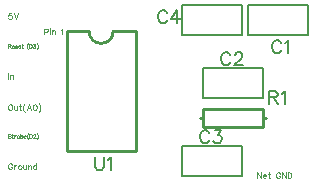
<source format=gto>
G04 ---------------------------- Layer name :TOP SILK LAYER*
G04 easyEDA 0.1*
G04 Scale: 100 percent, Rotated: No, Reflected: No *
G04 Dimensions in inches *
G04 leading zeros omitted , absolute positions ,2 integer and 4 * 
%FSLAX24Y24*%
%MOIN*%
G90*
G70D02*

%ADD10C,0.010000*%
%ADD11C,0.007900*%
%ADD12C,0.007000*%
%ADD13C,0.003000*%
%ADD14C,0.004000*%

%LPD*%
G54D10*
G01X5150Y1000D02*
G01X5150Y5000D01*
G01X2850Y5000D02*
G01X2850Y1000D01*
G01X5150Y1000D02*
G01X2850Y1000D01*
G01X5150Y5000D02*
G01X4400Y5000D01*
G01X2850Y5000D02*
G01X3600Y5000D01*
G54D11*
G01X10889Y5869D02*
G01X8889Y5869D01*
G01X8889Y4869D01*
G01X10889Y4869D01*
G01X10889Y5869D01*
G54D10*
G01X9400Y1800D02*
G01X7400Y1800D01*
G01X7400Y1800D02*
G01X7400Y2100D01*
G01X7400Y2100D02*
G01X7400Y2400D01*
G01X7400Y2400D02*
G01X9400Y2400D01*
G01X9400Y2400D02*
G01X9400Y2100D01*
G01X9400Y2100D02*
G01X9400Y1800D01*
G01X7400Y2100D02*
G01X7300Y2100D01*
G01X9400Y2100D02*
G01X9500Y2100D01*
G54D11*
G01X9389Y3769D02*
G01X7389Y3769D01*
G01X7389Y2769D01*
G01X9389Y2769D01*
G01X9389Y3769D01*
G01X8689Y1169D02*
G01X6689Y1169D01*
G01X6689Y169D01*
G01X8689Y169D01*
G01X8689Y1169D01*
G01X8689Y5869D02*
G01X6689Y5869D01*
G01X6689Y4869D01*
G01X8689Y4869D01*
G01X8689Y5869D01*
G54D12*
G01X3800Y799D02*
G01X3800Y492D01*
G01X3819Y431D01*
G01X3861Y390D01*
G01X3923Y369D01*
G01X3963Y369D01*
G01X4025Y390D01*
G01X4065Y431D01*
G01X4086Y492D01*
G01X4086Y799D01*
G01X4221Y717D02*
G01X4261Y738D01*
G01X4323Y799D01*
G01X4323Y369D01*
G01X10006Y4598D02*
G01X9985Y4639D01*
G01X9944Y4680D01*
G01X9904Y4700D01*
G01X9822Y4700D01*
G01X9781Y4680D01*
G01X9740Y4639D01*
G01X9719Y4598D01*
G01X9699Y4537D01*
G01X9699Y4435D01*
G01X9719Y4373D01*
G01X9740Y4332D01*
G01X9781Y4291D01*
G01X9822Y4271D01*
G01X9904Y4271D01*
G01X9944Y4291D01*
G01X9985Y4332D01*
G01X10006Y4373D01*
G01X10141Y4619D02*
G01X10182Y4639D01*
G01X10243Y4700D01*
G01X10243Y4271D01*
G01X9600Y3000D02*
G01X9600Y2571D01*
G01X9600Y3000D02*
G01X9784Y3000D01*
G01X9844Y2980D01*
G01X9865Y2959D01*
G01X9885Y2919D01*
G01X9885Y2878D01*
G01X9865Y2836D01*
G01X9844Y2815D01*
G01X9784Y2796D01*
G01X9600Y2796D01*
G01X9743Y2796D02*
G01X9885Y2571D01*
G01X10021Y2919D02*
G01X10061Y2938D01*
G01X10123Y3000D01*
G01X10123Y2571D01*
G01X8306Y4198D02*
G01X8285Y4238D01*
G01X8244Y4279D01*
G01X8205Y4299D01*
G01X8122Y4299D01*
G01X8081Y4279D01*
G01X8040Y4238D01*
G01X8019Y4198D01*
G01X8000Y4136D01*
G01X8000Y4034D01*
G01X8019Y3973D01*
G01X8040Y3932D01*
G01X8081Y3890D01*
G01X8122Y3870D01*
G01X8205Y3870D01*
G01X8244Y3890D01*
G01X8285Y3932D01*
G01X8306Y3973D01*
G01X8461Y4198D02*
G01X8461Y4219D01*
G01X8482Y4259D01*
G01X8502Y4279D01*
G01X8543Y4299D01*
G01X8626Y4299D01*
G01X8667Y4279D01*
G01X8686Y4259D01*
G01X8707Y4219D01*
G01X8707Y4178D01*
G01X8686Y4136D01*
G01X8646Y4074D01*
G01X8442Y3870D01*
G01X8727Y3870D01*
G01X7606Y1598D02*
G01X7585Y1639D01*
G01X7544Y1680D01*
G01X7504Y1700D01*
G01X7422Y1700D01*
G01X7381Y1680D01*
G01X7340Y1639D01*
G01X7319Y1598D01*
G01X7299Y1537D01*
G01X7299Y1435D01*
G01X7319Y1373D01*
G01X7340Y1332D01*
G01X7381Y1291D01*
G01X7422Y1271D01*
G01X7504Y1271D01*
G01X7544Y1291D01*
G01X7585Y1332D01*
G01X7606Y1373D01*
G01X7782Y1700D02*
G01X8007Y1700D01*
G01X7884Y1537D01*
G01X7945Y1537D01*
G01X7986Y1516D01*
G01X8007Y1496D01*
G01X8027Y1435D01*
G01X8027Y1394D01*
G01X8007Y1332D01*
G01X7966Y1291D01*
G01X7904Y1271D01*
G01X7843Y1271D01*
G01X7782Y1291D01*
G01X7761Y1312D01*
G01X7741Y1353D01*
G01X6206Y5598D02*
G01X6185Y5639D01*
G01X6144Y5680D01*
G01X6104Y5700D01*
G01X6022Y5700D01*
G01X5981Y5680D01*
G01X5940Y5639D01*
G01X5919Y5598D01*
G01X5899Y5537D01*
G01X5899Y5435D01*
G01X5919Y5373D01*
G01X5940Y5332D01*
G01X5981Y5291D01*
G01X6022Y5271D01*
G01X6104Y5271D01*
G01X6144Y5291D01*
G01X6185Y5332D01*
G01X6206Y5373D01*
G01X6545Y5700D02*
G01X6341Y5414D01*
G01X6648Y5414D01*
G01X6545Y5700D02*
G01X6545Y5271D01*
G54D13*
G01X900Y4571D02*
G01X900Y4446D01*
G01X900Y4571D02*
G01X953Y4571D01*
G01X971Y4565D01*
G01X976Y4559D01*
G01X982Y4546D01*
G01X982Y4534D01*
G01X976Y4523D01*
G01X971Y4517D01*
G01X953Y4511D01*
G01X900Y4511D01*
G01X940Y4511D02*
G01X982Y4446D01*
G01X1021Y4494D02*
G01X1092Y4494D01*
G01X1092Y4505D01*
G01X1086Y4517D01*
G01X1080Y4523D01*
G01X1069Y4530D01*
G01X1051Y4530D01*
G01X1038Y4523D01*
G01X1028Y4511D01*
G01X1021Y4494D01*
G01X1021Y4482D01*
G01X1028Y4465D01*
G01X1038Y4453D01*
G01X1051Y4446D01*
G01X1069Y4446D01*
G01X1080Y4453D01*
G01X1092Y4465D01*
G01X1196Y4511D02*
G01X1190Y4523D01*
G01X1173Y4530D01*
G01X1155Y4530D01*
G01X1138Y4523D01*
G01X1132Y4511D01*
G01X1138Y4500D01*
G01X1148Y4494D01*
G01X1178Y4488D01*
G01X1190Y4482D01*
G01X1196Y4469D01*
G01X1196Y4465D01*
G01X1190Y4453D01*
G01X1173Y4446D01*
G01X1155Y4446D01*
G01X1138Y4453D01*
G01X1132Y4465D01*
G01X1236Y4494D02*
G01X1307Y4494D01*
G01X1307Y4505D01*
G01X1301Y4517D01*
G01X1294Y4523D01*
G01X1282Y4530D01*
G01X1265Y4530D01*
G01X1253Y4523D01*
G01X1242Y4511D01*
G01X1236Y4494D01*
G01X1236Y4482D01*
G01X1242Y4465D01*
G01X1253Y4453D01*
G01X1265Y4446D01*
G01X1282Y4446D01*
G01X1294Y4453D01*
G01X1307Y4465D01*
G01X1363Y4571D02*
G01X1363Y4469D01*
G01X1369Y4453D01*
G01X1380Y4446D01*
G01X1392Y4446D01*
G01X1346Y4530D02*
G01X1386Y4530D01*
G01X1563Y4594D02*
G01X1551Y4582D01*
G01X1540Y4565D01*
G01X1528Y4540D01*
G01X1523Y4511D01*
G01X1523Y4488D01*
G01X1528Y4459D01*
G01X1540Y4434D01*
G01X1551Y4417D01*
G01X1563Y4405D01*
G01X1603Y4571D02*
G01X1603Y4446D01*
G01X1603Y4571D02*
G01X1644Y4571D01*
G01X1661Y4565D01*
G01X1673Y4553D01*
G01X1680Y4540D01*
G01X1686Y4523D01*
G01X1686Y4494D01*
G01X1680Y4476D01*
G01X1673Y4465D01*
G01X1661Y4453D01*
G01X1644Y4446D01*
G01X1603Y4446D01*
G01X1736Y4571D02*
G01X1801Y4571D01*
G01X1765Y4523D01*
G01X1784Y4523D01*
G01X1796Y4517D01*
G01X1801Y4511D01*
G01X1807Y4494D01*
G01X1807Y4482D01*
G01X1801Y4465D01*
G01X1790Y4453D01*
G01X1771Y4446D01*
G01X1753Y4446D01*
G01X1736Y4453D01*
G01X1730Y4459D01*
G01X1725Y4469D01*
G01X1846Y4594D02*
G01X1857Y4582D01*
G01X1869Y4565D01*
G01X1882Y4540D01*
G01X1888Y4511D01*
G01X1888Y4488D01*
G01X1882Y4459D01*
G01X1869Y4434D01*
G01X1857Y4417D01*
G01X1846Y4405D01*
G01X982Y1553D02*
G01X971Y1565D01*
G01X953Y1571D01*
G01X930Y1571D01*
G01X911Y1565D01*
G01X900Y1553D01*
G01X900Y1540D01*
G01X905Y1530D01*
G01X911Y1523D01*
G01X923Y1517D01*
G01X959Y1505D01*
G01X971Y1500D01*
G01X976Y1494D01*
G01X982Y1482D01*
G01X982Y1465D01*
G01X971Y1453D01*
G01X953Y1446D01*
G01X930Y1446D01*
G01X911Y1453D01*
G01X900Y1465D01*
G01X1038Y1571D02*
G01X1038Y1469D01*
G01X1044Y1453D01*
G01X1057Y1446D01*
G01X1069Y1446D01*
G01X1021Y1530D02*
G01X1063Y1530D01*
G01X1107Y1530D02*
G01X1107Y1446D01*
G01X1107Y1494D02*
G01X1113Y1511D01*
G01X1126Y1523D01*
G01X1138Y1530D01*
G01X1155Y1530D01*
G01X1223Y1530D02*
G01X1211Y1523D01*
G01X1200Y1511D01*
G01X1194Y1494D01*
G01X1194Y1482D01*
G01X1200Y1465D01*
G01X1211Y1453D01*
G01X1223Y1446D01*
G01X1242Y1446D01*
G01X1253Y1453D01*
G01X1265Y1465D01*
G01X1271Y1482D01*
G01X1271Y1494D01*
G01X1265Y1511D01*
G01X1253Y1523D01*
G01X1242Y1530D01*
G01X1223Y1530D01*
G01X1309Y1571D02*
G01X1309Y1446D01*
G01X1309Y1511D02*
G01X1321Y1523D01*
G01X1334Y1530D01*
G01X1351Y1530D01*
G01X1363Y1523D01*
G01X1375Y1511D01*
G01X1380Y1494D01*
G01X1380Y1482D01*
G01X1375Y1465D01*
G01X1363Y1453D01*
G01X1351Y1446D01*
G01X1334Y1446D01*
G01X1321Y1453D01*
G01X1309Y1465D01*
G01X1419Y1494D02*
G01X1490Y1494D01*
G01X1490Y1505D01*
G01X1484Y1517D01*
G01X1478Y1523D01*
G01X1467Y1530D01*
G01X1450Y1530D01*
G01X1438Y1523D01*
G01X1426Y1511D01*
G01X1419Y1494D01*
G01X1419Y1482D01*
G01X1426Y1465D01*
G01X1438Y1453D01*
G01X1450Y1446D01*
G01X1467Y1446D01*
G01X1478Y1453D01*
G01X1490Y1465D01*
G01X1571Y1594D02*
G01X1559Y1582D01*
G01X1548Y1565D01*
G01X1536Y1540D01*
G01X1530Y1511D01*
G01X1530Y1488D01*
G01X1536Y1459D01*
G01X1548Y1434D01*
G01X1559Y1417D01*
G01X1571Y1405D01*
G01X1609Y1571D02*
G01X1609Y1446D01*
G01X1609Y1571D02*
G01X1651Y1571D01*
G01X1669Y1565D01*
G01X1680Y1553D01*
G01X1686Y1540D01*
G01X1692Y1523D01*
G01X1692Y1494D01*
G01X1686Y1476D01*
G01X1680Y1465D01*
G01X1669Y1453D01*
G01X1651Y1446D01*
G01X1609Y1446D01*
G01X1738Y1540D02*
G01X1738Y1546D01*
G01X1744Y1559D01*
G01X1750Y1565D01*
G01X1761Y1571D01*
G01X1784Y1571D01*
G01X1796Y1565D01*
G01X1803Y1559D01*
G01X1809Y1546D01*
G01X1809Y1534D01*
G01X1803Y1523D01*
G01X1790Y1505D01*
G01X1732Y1446D01*
G01X1815Y1446D01*
G01X1853Y1594D02*
G01X1865Y1582D01*
G01X1876Y1565D01*
G01X1888Y1540D01*
G01X1894Y1511D01*
G01X1894Y1488D01*
G01X1888Y1459D01*
G01X1876Y1434D01*
G01X1865Y1417D01*
G01X1853Y1405D01*
G54D14*
G01X955Y2563D02*
G01X936Y2555D01*
G01X917Y2536D01*
G01X909Y2519D01*
G01X900Y2490D01*
G01X900Y2446D01*
G01X909Y2419D01*
G01X917Y2400D01*
G01X936Y2382D01*
G01X955Y2373D01*
G01X990Y2373D01*
G01X1009Y2382D01*
G01X1026Y2400D01*
G01X1036Y2419D01*
G01X1044Y2446D01*
G01X1044Y2490D01*
G01X1036Y2519D01*
G01X1026Y2536D01*
G01X1009Y2555D01*
G01X990Y2563D01*
G01X955Y2563D01*
G01X1105Y2500D02*
G01X1105Y2409D01*
G01X1115Y2382D01*
G01X1132Y2373D01*
G01X1159Y2373D01*
G01X1178Y2382D01*
G01X1205Y2409D01*
G01X1205Y2500D02*
G01X1205Y2373D01*
G01X1292Y2563D02*
G01X1292Y2409D01*
G01X1301Y2382D01*
G01X1319Y2373D01*
G01X1338Y2373D01*
G01X1265Y2500D02*
G01X1328Y2500D01*
G01X1461Y2600D02*
G01X1444Y2582D01*
G01X1425Y2555D01*
G01X1407Y2519D01*
G01X1398Y2473D01*
G01X1398Y2436D01*
G01X1407Y2390D01*
G01X1425Y2355D01*
G01X1444Y2328D01*
G01X1461Y2309D01*
G01X1594Y2563D02*
G01X1521Y2373D01*
G01X1594Y2563D02*
G01X1667Y2373D01*
G01X1548Y2436D02*
G01X1640Y2436D01*
G01X1782Y2563D02*
G01X1755Y2555D01*
G01X1736Y2528D01*
G01X1726Y2482D01*
G01X1726Y2455D01*
G01X1736Y2409D01*
G01X1755Y2382D01*
G01X1782Y2373D01*
G01X1800Y2373D01*
G01X1826Y2382D01*
G01X1844Y2409D01*
G01X1855Y2455D01*
G01X1855Y2482D01*
G01X1844Y2528D01*
G01X1826Y2555D01*
G01X1800Y2563D01*
G01X1782Y2563D01*
G01X1915Y2600D02*
G01X1932Y2582D01*
G01X1951Y2555D01*
G01X1969Y2519D01*
G01X1978Y2473D01*
G01X1978Y2436D01*
G01X1969Y2390D01*
G01X1951Y2355D01*
G01X1932Y2328D01*
G01X1915Y2309D01*
G01X1036Y554D02*
G01X1026Y572D01*
G01X1009Y590D01*
G01X990Y599D01*
G01X955Y599D01*
G01X936Y590D01*
G01X917Y572D01*
G01X909Y554D01*
G01X900Y526D01*
G01X900Y481D01*
G01X909Y454D01*
G01X917Y435D01*
G01X936Y417D01*
G01X955Y408D01*
G01X990Y408D01*
G01X1009Y417D01*
G01X1026Y435D01*
G01X1036Y454D01*
G01X1036Y481D01*
G01X990Y481D02*
G01X1036Y481D01*
G01X1096Y535D02*
G01X1096Y408D01*
G01X1096Y481D02*
G01X1105Y508D01*
G01X1123Y526D01*
G01X1142Y535D01*
G01X1169Y535D01*
G01X1275Y535D02*
G01X1255Y526D01*
G01X1238Y508D01*
G01X1228Y481D01*
G01X1228Y463D01*
G01X1238Y435D01*
G01X1255Y417D01*
G01X1275Y408D01*
G01X1301Y408D01*
G01X1319Y417D01*
G01X1338Y435D01*
G01X1346Y463D01*
G01X1346Y481D01*
G01X1338Y508D01*
G01X1319Y526D01*
G01X1301Y535D01*
G01X1275Y535D01*
G01X1407Y535D02*
G01X1407Y445D01*
G01X1415Y417D01*
G01X1434Y408D01*
G01X1461Y408D01*
G01X1480Y417D01*
G01X1507Y445D01*
G01X1507Y535D02*
G01X1507Y408D01*
G01X1567Y535D02*
G01X1567Y408D01*
G01X1567Y499D02*
G01X1594Y526D01*
G01X1613Y535D01*
G01X1640Y535D01*
G01X1657Y526D01*
G01X1667Y499D01*
G01X1667Y408D01*
G01X1836Y599D02*
G01X1836Y408D01*
G01X1836Y508D02*
G01X1817Y526D01*
G01X1800Y535D01*
G01X1773Y535D01*
G01X1755Y526D01*
G01X1736Y508D01*
G01X1726Y481D01*
G01X1726Y463D01*
G01X1736Y435D01*
G01X1755Y417D01*
G01X1773Y408D01*
G01X1800Y408D01*
G01X1817Y417D01*
G01X1836Y435D01*
G01X900Y3609D02*
G01X900Y3417D01*
G01X959Y3544D02*
G01X959Y3417D01*
G01X959Y3509D02*
G01X986Y3536D01*
G01X1005Y3544D01*
G01X1032Y3544D01*
G01X1051Y3536D01*
G01X1059Y3509D01*
G01X1059Y3417D01*
G01X1009Y5609D02*
G01X917Y5609D01*
G01X909Y5526D01*
G01X917Y5536D01*
G01X944Y5544D01*
G01X973Y5544D01*
G01X1000Y5536D01*
G01X1017Y5517D01*
G01X1026Y5490D01*
G01X1026Y5473D01*
G01X1017Y5444D01*
G01X1000Y5426D01*
G01X973Y5417D01*
G01X944Y5417D01*
G01X917Y5426D01*
G01X909Y5436D01*
G01X900Y5455D01*
G01X1086Y5609D02*
G01X1159Y5417D01*
G01X1232Y5609D02*
G01X1159Y5417D01*
G01X9200Y300D02*
G01X9200Y109D01*
G01X9200Y300D02*
G01X9327Y109D01*
G01X9327Y300D02*
G01X9327Y109D01*
G01X9386Y182D02*
G01X9496Y182D01*
G01X9496Y200D01*
G01X9486Y217D01*
G01X9477Y226D01*
G01X9460Y236D01*
G01X9432Y236D01*
G01X9414Y226D01*
G01X9396Y209D01*
G01X9386Y182D01*
G01X9386Y163D01*
G01X9396Y136D01*
G01X9414Y117D01*
G01X9432Y109D01*
G01X9460Y109D01*
G01X9477Y117D01*
G01X9496Y136D01*
G01X9584Y300D02*
G01X9584Y146D01*
G01X9593Y117D01*
G01X9610Y109D01*
G01X9628Y109D01*
G01X9556Y236D02*
G01X9619Y236D01*
G01X9964Y255D02*
G01X9956Y273D01*
G01X9938Y290D01*
G01X9919Y300D01*
G01X9884Y300D01*
G01X9864Y290D01*
G01X9847Y273D01*
G01X9838Y255D01*
G01X9828Y226D01*
G01X9828Y182D01*
G01X9838Y155D01*
G01X9847Y136D01*
G01X9864Y117D01*
G01X9884Y109D01*
G01X9919Y109D01*
G01X9938Y117D01*
G01X9956Y136D01*
G01X9964Y155D01*
G01X9964Y182D01*
G01X9919Y182D02*
G01X9964Y182D01*
G01X10025Y300D02*
G01X10025Y109D01*
G01X10025Y300D02*
G01X10152Y109D01*
G01X10152Y300D02*
G01X10152Y109D01*
G01X10213Y300D02*
G01X10213Y109D01*
G01X10213Y300D02*
G01X10276Y300D01*
G01X10303Y290D01*
G01X10322Y273D01*
G01X10331Y255D01*
G01X10339Y226D01*
G01X10339Y182D01*
G01X10331Y155D01*
G01X10322Y136D01*
G01X10303Y117D01*
G01X10276Y109D01*
G01X10213Y109D01*
G01X2100Y5091D02*
G01X2100Y4900D01*
G01X2100Y5091D02*
G01X2182Y5091D01*
G01X2209Y5082D01*
G01X2217Y5073D01*
G01X2226Y5055D01*
G01X2226Y5027D01*
G01X2217Y5009D01*
G01X2209Y5000D01*
G01X2182Y4991D01*
G01X2100Y4991D01*
G01X2286Y5091D02*
G01X2296Y5082D01*
G01X2305Y5091D01*
G01X2296Y5100D01*
G01X2286Y5091D01*
G01X2296Y5027D02*
G01X2296Y4900D01*
G01X2365Y5027D02*
G01X2365Y4900D01*
G01X2365Y4991D02*
G01X2392Y5018D01*
G01X2411Y5027D01*
G01X2438Y5027D01*
G01X2455Y5018D01*
G01X2465Y4991D01*
G01X2465Y4900D01*
G01X2665Y5055D02*
G01X2684Y5064D01*
G01X2711Y5091D01*
G01X2711Y4900D01*
G54D10*
G75*
G01X4400Y5000D02*
G02X3600Y5000I-400J0D01*
G01*

M00*
M02*
</source>
